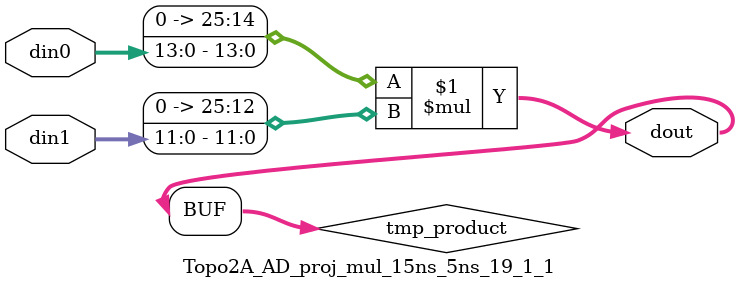
<source format=v>

`timescale 1 ns / 1 ps

 (* use_dsp = "no" *)  module Topo2A_AD_proj_mul_15ns_5ns_19_1_1(din0, din1, dout);
parameter ID = 1;
parameter NUM_STAGE = 0;
parameter din0_WIDTH = 14;
parameter din1_WIDTH = 12;
parameter dout_WIDTH = 26;

input [din0_WIDTH - 1 : 0] din0; 
input [din1_WIDTH - 1 : 0] din1; 
output [dout_WIDTH - 1 : 0] dout;

wire signed [dout_WIDTH - 1 : 0] tmp_product;
























assign tmp_product = $signed({1'b0, din0}) * $signed({1'b0, din1});











assign dout = tmp_product;





















endmodule

</source>
